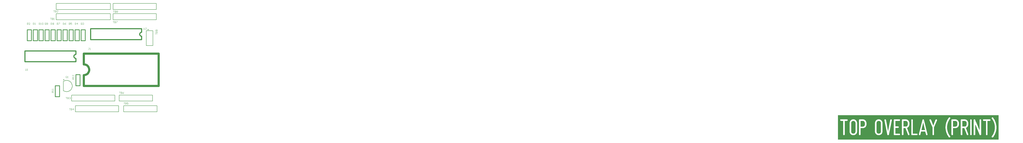
<source format=gto>
G04*
G04 #@! TF.GenerationSoftware,Altium Limited,Altium Designer,20.0.7 (75)*
G04*
G04 Layer_Color=65535*
%FSLAX25Y25*%
%MOIN*%
G70*
G01*
G75*
%ADD10C,0.00984*%
%ADD11C,0.00787*%
%ADD12C,0.04000*%
%ADD13C,0.02000*%
%ADD14C,0.01181*%
%ADD15C,0.00400*%
G36*
X2053550Y138175D02*
X1755300D01*
Y183600D01*
X2053550D01*
Y138175D01*
D02*
G37*
%LPC*%
G36*
X2019925Y175900D02*
X2019500D01*
X2019325Y175875D01*
X2019200Y175850D01*
X2019175Y175825D01*
X2019150D01*
X2018975Y175775D01*
X2018825Y175700D01*
X2018725Y175625D01*
X2018750Y175650D01*
X2018450D01*
Y175550D01*
Y175500D01*
Y175400D01*
Y175375D01*
X2018400Y175300D01*
X2018350Y175225D01*
X2018250Y175025D01*
X2018150Y174875D01*
X2018125Y174825D01*
Y174800D01*
Y174725D01*
Y174700D01*
Y174675D01*
Y174650D01*
Y174625D01*
Y174600D01*
Y174575D01*
Y174550D01*
Y174525D01*
Y174450D01*
Y174425D01*
Y155283D01*
X2017750Y156150D01*
X2016850Y158350D01*
X2016475Y159200D01*
X2014800Y163350D01*
X2014400Y164225D01*
X2013750Y165875D01*
X2013350Y166725D01*
X2013000Y167650D01*
X2012650Y168525D01*
X2011700Y170800D01*
X2011300Y171675D01*
X2010325Y174200D01*
X2010000Y174925D01*
Y174950D01*
Y174975D01*
X2009925Y175100D01*
X2009900Y175200D01*
X2009850Y175250D01*
Y175275D01*
X2009750Y175375D01*
X2009675Y175450D01*
X2009650Y175475D01*
X2009625Y175500D01*
X2009575Y175550D01*
X2009450Y175650D01*
X2009350Y175700D01*
X2009275Y175725D01*
X2009250D01*
X2009125Y175800D01*
X2008975Y175850D01*
X2008850Y175900D01*
X2008000D01*
Y175875D01*
X2008275D01*
X2008100Y175800D01*
X2007967Y175750D01*
X2007825D01*
X2007700Y175625D01*
X2007625Y175525D01*
X2007575Y175475D01*
X2007550Y175450D01*
X2007450Y175350D01*
X2007400Y175275D01*
X2007350Y175225D01*
Y175200D01*
X2007275Y175075D01*
X2007225Y175000D01*
X2007200Y174950D01*
Y174925D01*
X2007150Y174825D01*
X2007125Y174700D01*
Y147700D01*
X2007150Y147600D01*
X2007175Y147525D01*
Y147500D01*
Y147450D01*
X2007225Y147275D01*
X2007275Y147125D01*
X2007325Y147025D01*
X2007350Y147000D01*
X2007550Y146800D01*
X2007700Y146675D01*
X2007825Y146575D01*
X2007875Y146550D01*
X2007950Y146500D01*
X2007975Y146475D01*
X2008000Y146450D01*
X2008100D01*
X2008250Y146400D01*
X2008400Y146375D01*
X2008675D01*
X2008875Y146400D01*
X2009025Y146425D01*
X2009125Y146450D01*
X2009175Y146475D01*
X2009350Y146575D01*
X2009550Y146700D01*
X2009700Y146800D01*
X2009725Y146850D01*
X2009750D01*
Y146875D01*
X2009800Y146925D01*
X2009850Y147025D01*
X2009900Y147125D01*
X2009925Y147175D01*
Y147150D01*
X2009975Y147300D01*
X2010000Y147375D01*
Y147400D01*
X2010050Y147525D01*
X2010075Y147625D01*
Y147700D01*
Y147725D01*
Y147775D01*
Y147825D01*
Y166929D01*
X2011750Y162875D01*
X2012100Y162050D01*
X2012800Y160350D01*
X2013125Y159525D01*
X2015100Y154750D01*
X2015500Y153875D01*
X2016150Y152225D01*
X2016500Y151450D01*
X2017875Y148100D01*
X2017950Y147975D01*
X2018000Y147850D01*
X2018025Y147775D01*
Y147750D01*
X2018075Y147650D01*
X2018100Y147575D01*
X2018125Y147550D01*
Y147525D01*
X2018150Y147425D01*
X2018175Y147325D01*
X2018225Y147250D01*
Y147200D01*
Y147175D01*
X2018400Y146950D01*
X2018600Y146775D01*
X2018775Y146625D01*
X2018950Y146525D01*
X2019100Y146450D01*
X2019225Y146400D01*
X2019300Y146375D01*
X2019325D01*
X2019600Y146400D01*
X2019875Y146450D01*
X2020100Y146525D01*
X2020325Y146600D01*
X2020475Y146700D01*
X2020625Y146775D01*
X2020700Y146825D01*
X2020725Y146850D01*
X2020800Y146950D01*
X2020850Y147050D01*
X2020900Y147150D01*
X2020925Y147175D01*
Y147200D01*
X2020950Y147250D01*
X2020975Y147325D01*
X2021025Y147400D01*
Y147425D01*
X2021050Y147575D01*
X2021075Y147700D01*
Y174550D01*
X2021050D01*
Y174600D01*
X2021025Y174775D01*
X2021000Y174900D01*
X2020975Y174975D01*
X2020950Y175000D01*
Y175050D01*
Y175075D01*
X2020925Y175100D01*
X2020900Y175150D01*
X2020875Y175175D01*
X2020850Y175200D01*
X2020825Y175250D01*
X2020750Y175350D01*
X2020700Y175425D01*
X2020675Y175450D01*
X2020625Y175500D01*
X2020575Y175525D01*
X2020550Y175550D01*
Y175575D01*
Y175675D01*
Y175750D01*
Y175775D01*
X2020200D01*
X2020125Y175825D01*
X2020050Y175875D01*
X2019975D01*
X2019925Y175900D01*
D02*
G37*
G36*
X1937900D02*
X1937725D01*
X1937400Y175850D01*
X1937125Y175750D01*
X1936875Y175600D01*
X1936675Y175425D01*
X1936500Y175225D01*
X1936400Y175075D01*
X1936325Y174975D01*
X1936300Y174925D01*
X1932175Y164300D01*
X1928050Y174925D01*
X1927850Y175250D01*
X1927600Y175500D01*
X1927350Y175675D01*
X1927125Y175775D01*
X1926925Y175850D01*
X1926750Y175875D01*
X1926650Y175900D01*
X1926450D01*
X1926275Y175875D01*
X1926150Y175850D01*
X1926100D01*
X1925900Y175725D01*
X1925725Y175600D01*
X1925575Y175425D01*
X1925475Y175275D01*
X1925375Y175150D01*
X1925325Y175025D01*
X1925300Y174950D01*
X1925275Y174925D01*
X1925225Y174725D01*
Y174175D01*
X1925250Y174025D01*
X1925275Y173900D01*
X1925300Y173825D01*
Y173800D01*
X1930725Y160850D01*
Y147825D01*
X1930750Y147600D01*
X1930800Y147425D01*
X1930850Y147250D01*
X1930925Y147100D01*
X1931000Y146975D01*
X1931075Y146875D01*
X1931100Y146825D01*
X1931125Y146800D01*
X1931275Y146650D01*
X1931450Y146550D01*
X1931625Y146475D01*
X1931800Y146425D01*
X1931950Y146400D01*
X1932075Y146375D01*
X1932175D01*
X1932400Y146400D01*
X1932600Y146450D01*
X1932775Y146500D01*
X1932925Y146600D01*
X1933025Y146675D01*
X1933125Y146725D01*
X1933175Y146775D01*
X1933200Y146800D01*
X1933350Y146975D01*
X1933450Y147150D01*
X1933525Y147300D01*
X1933575Y147475D01*
X1933600Y147625D01*
X1933625Y147725D01*
Y147800D01*
Y147825D01*
Y160825D01*
X1939025Y173800D01*
X1939075Y174025D01*
X1939125Y174250D01*
Y174600D01*
X1939100Y174725D01*
X1939075Y174850D01*
X1939050Y174900D01*
Y174925D01*
X1938950Y175150D01*
X1938825Y175350D01*
X1938700Y175500D01*
X1938575Y175625D01*
X1938450Y175725D01*
X1938350Y175800D01*
X1938275Y175850D01*
X1938250D01*
X1938075Y175875D01*
X1937900Y175900D01*
D02*
G37*
G36*
X1854000Y175875D02*
X1853700D01*
X1853525Y175850D01*
X1853350Y175825D01*
X1853050Y175700D01*
X1852925Y175625D01*
X1852825Y175575D01*
X1852775Y175550D01*
X1852750Y175525D01*
X1852600Y175375D01*
X1852500Y175250D01*
X1852400Y175075D01*
X1852325Y174950D01*
X1852275Y174825D01*
X1852250Y174725D01*
X1852225Y174650D01*
Y174625D01*
X1848275Y153650D01*
X1844350Y174675D01*
X1844200Y175025D01*
X1844025Y175300D01*
X1843925Y175400D01*
X1843875Y175475D01*
X1843825Y175500D01*
X1843800Y175525D01*
X1843650Y175650D01*
X1843475Y175725D01*
X1843175Y175825D01*
X1843025Y175850D01*
X1842925Y175875D01*
X1842575D01*
X1842325Y175800D01*
X1842100Y175675D01*
X1841925Y175575D01*
X1841800Y175450D01*
X1841675Y175350D01*
X1841600Y175250D01*
X1841575Y175200D01*
X1841550Y175175D01*
X1841450Y174975D01*
X1841400Y174775D01*
X1841350Y174575D01*
Y174400D01*
X1841325Y174250D01*
X1841350Y174125D01*
Y174025D01*
Y174000D01*
X1846700Y147575D01*
X1846825Y147250D01*
X1847025Y146975D01*
X1847250Y146775D01*
X1847475Y146625D01*
X1847675Y146500D01*
X1847850Y146450D01*
X1847975Y146400D01*
X1848025D01*
X1848125Y146375D01*
X1848350D01*
X1848550Y146400D01*
X1848725Y146425D01*
X1849025Y146550D01*
X1849150Y146600D01*
X1849225Y146650D01*
X1849275Y146675D01*
X1849300Y146700D01*
X1849450Y146850D01*
X1849575Y147000D01*
X1849725Y147275D01*
X1849800Y147400D01*
X1849825Y147500D01*
X1849850Y147575D01*
Y147600D01*
X1855225Y174000D01*
X1855250Y174250D01*
X1855225Y174475D01*
X1855200Y174675D01*
X1855150Y174850D01*
X1855100Y174975D01*
X1855050Y175075D01*
X1855025Y175150D01*
X1855000Y175175D01*
X1854875Y175350D01*
X1854700Y175500D01*
X1854525Y175625D01*
X1854375Y175725D01*
X1854225Y175775D01*
X1854100Y175825D01*
X1854000Y175875D01*
D02*
G37*
G36*
X2009925Y147150D02*
X2009875Y147025D01*
X2009825Y146900D01*
X2009925D01*
Y146925D01*
Y147025D01*
Y147075D01*
Y147150D01*
D02*
G37*
G36*
X2037125Y175900D02*
X2025900D01*
X2025675Y175875D01*
X2025500Y175850D01*
X2025325Y175775D01*
X2025175Y175700D01*
X2025050Y175625D01*
X2024975Y175575D01*
X2024925Y175525D01*
X2024900Y175500D01*
X2024775Y175350D01*
X2024675Y175175D01*
X2024600Y175025D01*
X2024550Y174875D01*
X2024525Y174725D01*
X2024500Y174625D01*
Y174425D01*
X2024525Y174225D01*
X2024575Y174025D01*
X2024625Y173850D01*
X2024700Y173700D01*
X2024775Y173575D01*
X2024850Y173475D01*
X2024875Y173425D01*
X2024900Y173400D01*
X2025050Y173250D01*
X2025225Y173150D01*
X2025400Y173075D01*
X2025550Y173025D01*
X2025700Y173000D01*
X2025800Y172975D01*
X2030000D01*
Y147825D01*
X2030025Y147600D01*
X2030075Y147425D01*
X2030125Y147250D01*
X2030225Y147100D01*
X2030300Y146975D01*
X2030350Y146875D01*
X2030400Y146825D01*
X2030425Y146800D01*
X2030600Y146650D01*
X2030775Y146550D01*
X2030950Y146475D01*
X2031125Y146425D01*
X2031250Y146400D01*
X2031375Y146375D01*
X2031475D01*
X2031675Y146400D01*
X2031875Y146450D01*
X2032050Y146500D01*
X2032200Y146600D01*
X2032300Y146675D01*
X2032400Y146725D01*
X2032450Y146775D01*
X2032475Y146800D01*
X2032625Y146975D01*
X2032725Y147150D01*
X2032825Y147300D01*
X2032875Y147475D01*
X2032900Y147625D01*
X2032925Y147725D01*
Y147800D01*
Y147825D01*
Y172975D01*
X2037025D01*
X2037250Y173000D01*
X2037425Y173050D01*
X2037600Y173100D01*
X2037750Y173200D01*
X2037875Y173275D01*
X2037950Y173325D01*
X2038000Y173375D01*
X2038025Y173400D01*
X2038175Y173575D01*
X2038275Y173750D01*
X2038350Y173925D01*
X2038400Y174075D01*
X2038425Y174225D01*
X2038450Y174325D01*
Y174525D01*
X2038425Y174725D01*
X2038375Y174900D01*
X2038325Y175075D01*
X2038250Y175200D01*
X2038150Y175325D01*
X2038100Y175400D01*
X2038050Y175450D01*
X2038025Y175475D01*
X2037875Y175625D01*
X2037700Y175725D01*
X2037525Y175800D01*
X2037375Y175850D01*
X2037225Y175875D01*
X2037125Y175900D01*
D02*
G37*
G36*
X2002275D02*
X2002150D01*
X2001925Y175875D01*
X2001725Y175850D01*
X2001550Y175775D01*
X2001400Y175700D01*
X2001275Y175625D01*
X2001175Y175575D01*
X2001125Y175525D01*
X2001100Y175500D01*
X2000975Y175350D01*
X2000875Y175175D01*
X2000800Y174975D01*
X2000750Y174825D01*
X2000725Y174650D01*
X2000700Y174550D01*
Y147825D01*
X2000725Y147600D01*
X2000775Y147375D01*
X2000825Y147200D01*
X2000925Y147050D01*
X2001000Y146925D01*
X2001050Y146825D01*
X2001100Y146775D01*
X2001125Y146750D01*
X2001300Y146625D01*
X2001475Y146525D01*
X2001625Y146475D01*
X2001800Y146425D01*
X2001950Y146400D01*
X2002050Y146375D01*
X2002150D01*
X2002400Y146400D01*
X2002600Y146450D01*
X2002800Y146500D01*
X2002950Y146575D01*
X2003075Y146650D01*
X2003150Y146725D01*
X2003200Y146750D01*
X2003225Y146775D01*
X2003375Y146925D01*
X2003475Y147100D01*
X2003550Y147275D01*
X2003600Y147450D01*
X2003625Y147600D01*
X2003650Y147725D01*
Y174425D01*
X2003625Y174650D01*
X2003575Y174875D01*
X2003525Y175050D01*
X2003450Y175200D01*
X2003350Y175325D01*
X2003300Y175425D01*
X2003250Y175475D01*
X2003225Y175500D01*
X2003075Y175625D01*
X2002900Y175725D01*
X2002700Y175800D01*
X2002550Y175850D01*
X2002375Y175875D01*
X2002275Y175900D01*
D02*
G37*
G36*
X1990350D02*
X1984700D01*
X1984475Y175875D01*
X1984275Y175825D01*
X1984075Y175750D01*
X1983925Y175675D01*
X1983800Y175600D01*
X1983725Y175525D01*
X1983675Y175475D01*
X1983650Y175450D01*
X1983525Y175275D01*
X1983425Y175125D01*
X1983350Y174950D01*
X1983300Y174800D01*
X1983275Y174675D01*
X1983250Y174575D01*
Y147850D01*
X1983275Y147625D01*
X1983325Y147425D01*
X1983375Y147250D01*
X1983475Y147100D01*
X1983550Y146975D01*
X1983600Y146875D01*
X1983650Y146825D01*
X1983675Y146800D01*
X1983850Y146650D01*
X1984025Y146550D01*
X1984175Y146475D01*
X1984350Y146425D01*
X1984500Y146400D01*
X1984600Y146375D01*
X1984700D01*
X1984925Y146400D01*
X1985125Y146450D01*
X1985300Y146500D01*
X1985450Y146600D01*
X1985575Y146675D01*
X1985675Y146725D01*
X1985725Y146775D01*
X1985750Y146800D01*
X1985900Y146975D01*
X1986000Y147150D01*
X1986100Y147325D01*
X1986150Y147475D01*
X1986175Y147625D01*
X1986200Y147750D01*
Y147825D01*
Y147850D01*
Y159425D01*
X1989950D01*
X1994350Y147350D01*
X1994550Y147025D01*
X1994750Y146775D01*
X1994975Y146625D01*
X1995200Y146500D01*
X1995400Y146425D01*
X1995575Y146400D01*
X1995675Y146375D01*
X1995725D01*
X1995950Y146400D01*
X1996100Y146425D01*
X1996225Y146450D01*
X1996250Y146475D01*
X1996450Y146550D01*
X1996625Y146675D01*
X1996750Y146775D01*
X1996875Y146900D01*
X1996950Y147025D01*
X1997000Y147100D01*
X1997050Y147175D01*
Y147200D01*
X1997125Y147400D01*
X1997150Y147600D01*
X1997175Y147800D01*
Y147950D01*
X1997150Y148100D01*
Y148200D01*
X1997125Y148275D01*
Y148300D01*
X1992797Y159941D01*
X1993375Y160200D01*
X1994000Y160600D01*
X1994550Y161025D01*
X1995025Y161425D01*
X1995375Y161800D01*
X1995525Y161975D01*
X1995650Y162125D01*
X1995750Y162225D01*
X1995825Y162325D01*
X1995850Y162375D01*
X1995875Y162400D01*
X1996100Y162725D01*
X1996275Y163075D01*
X1996450Y163425D01*
X1996575Y163750D01*
X1996800Y164400D01*
X1996950Y165000D01*
X1997000Y165275D01*
X1997025Y165525D01*
X1997075Y165725D01*
Y165925D01*
X1997100Y166075D01*
Y166175D01*
Y166250D01*
Y166275D01*
Y169075D01*
X1997075Y169600D01*
X1997025Y170075D01*
X1996925Y170550D01*
X1996775Y171000D01*
X1996625Y171425D01*
X1996450Y171825D01*
X1996275Y172200D01*
X1996100Y172525D01*
X1995900Y172825D01*
X1995725Y173100D01*
X1995550Y173325D01*
X1995400Y173525D01*
X1995275Y173675D01*
X1995175Y173775D01*
X1995100Y173850D01*
X1995075Y173875D01*
X1994700Y174225D01*
X1994300Y174550D01*
X1993875Y174825D01*
X1993475Y175050D01*
X1993075Y175250D01*
X1992650Y175400D01*
X1992275Y175550D01*
X1991900Y175650D01*
X1991550Y175725D01*
X1991225Y175800D01*
X1990950Y175850D01*
X1990700Y175875D01*
X1990500D01*
X1990350Y175900D01*
D02*
G37*
G36*
X1973025D02*
X1967375D01*
X1967150Y175875D01*
X1966950Y175825D01*
X1966750Y175750D01*
X1966600Y175675D01*
X1966475Y175600D01*
X1966400Y175525D01*
X1966350Y175475D01*
X1966325Y175450D01*
X1966200Y175275D01*
X1966100Y175125D01*
X1966025Y174950D01*
X1965975Y174800D01*
X1965950Y174675D01*
X1965925Y174575D01*
Y147825D01*
X1965950Y147600D01*
X1966000Y147425D01*
X1966050Y147250D01*
X1966150Y147100D01*
X1966225Y146975D01*
X1966275Y146875D01*
X1966325Y146825D01*
X1966350Y146800D01*
X1966525Y146650D01*
X1966700Y146550D01*
X1966850Y146475D01*
X1967025Y146425D01*
X1967175Y146400D01*
X1967275Y146375D01*
X1967375D01*
X1967600Y146400D01*
X1967800Y146450D01*
X1967975Y146500D01*
X1968125Y146600D01*
X1968250Y146675D01*
X1968350Y146725D01*
X1968400Y146775D01*
X1968425Y146800D01*
X1968575Y146975D01*
X1968675Y147150D01*
X1968775Y147300D01*
X1968825Y147475D01*
X1968850Y147625D01*
X1968875Y147725D01*
Y147800D01*
Y147825D01*
Y159425D01*
X1972900D01*
X1973425Y159450D01*
X1973925Y159500D01*
X1974400Y159600D01*
X1974850Y159750D01*
X1975300Y159900D01*
X1975700Y160050D01*
X1976050Y160250D01*
X1976400Y160425D01*
X1976700Y160600D01*
X1976975Y160800D01*
X1977200Y160950D01*
X1977400Y161125D01*
X1977550Y161250D01*
X1977650Y161350D01*
X1977725Y161400D01*
X1977750Y161425D01*
X1978100Y161800D01*
X1978425Y162200D01*
X1978700Y162625D01*
X1978925Y163025D01*
X1979125Y163425D01*
X1979275Y163850D01*
X1979425Y164225D01*
X1979525Y164600D01*
X1979600Y164950D01*
X1979675Y165275D01*
X1979725Y165550D01*
X1979750Y165800D01*
Y166000D01*
X1979775Y166150D01*
Y169025D01*
X1979750Y169550D01*
X1979700Y170050D01*
X1979600Y170525D01*
X1979450Y170975D01*
X1979300Y171425D01*
X1979125Y171825D01*
X1978950Y172175D01*
X1978775Y172525D01*
X1978575Y172825D01*
X1978400Y173100D01*
X1978225Y173325D01*
X1978075Y173525D01*
X1977950Y173675D01*
X1977850Y173775D01*
X1977775Y173850D01*
X1977750Y173875D01*
X1977375Y174225D01*
X1976975Y174550D01*
X1976550Y174825D01*
X1976150Y175050D01*
X1975750Y175250D01*
X1975325Y175400D01*
X1974950Y175550D01*
X1974575Y175650D01*
X1974225Y175725D01*
X1973900Y175800D01*
X1973625Y175850D01*
X1973375Y175875D01*
X1973175D01*
X1973025Y175900D01*
D02*
G37*
G36*
X1913775Y175875D02*
X1913150D01*
X1912825Y175750D01*
X1912575Y175600D01*
X1912375Y175400D01*
X1912225Y175200D01*
X1912125Y175025D01*
X1912050Y174875D01*
X1912000Y174775D01*
Y174725D01*
X1905375Y148125D01*
X1905350Y147925D01*
Y147725D01*
X1905375Y147550D01*
X1905425Y147400D01*
X1905450Y147275D01*
X1905500Y147175D01*
X1905550Y147100D01*
Y147075D01*
X1905675Y146900D01*
X1905825Y146750D01*
X1905975Y146650D01*
X1906125Y146550D01*
X1906250Y146475D01*
X1906375Y146425D01*
X1906450Y146400D01*
X1906475D01*
X1906575Y146375D01*
X1906775D01*
X1907150Y146425D01*
X1907450Y146550D01*
X1907700Y146700D01*
X1907875Y146900D01*
X1908025Y147100D01*
X1908125Y147250D01*
X1908175Y147375D01*
X1908200Y147425D01*
X1909625Y153025D01*
X1917275D01*
X1918675Y147475D01*
X1918725Y147300D01*
X1918800Y147150D01*
X1918975Y146900D01*
X1919075Y146800D01*
X1919125Y146725D01*
X1919175Y146700D01*
X1919200Y146675D01*
X1919350Y146575D01*
X1919525Y146500D01*
X1919825Y146425D01*
X1919950Y146400D01*
X1920050Y146375D01*
X1920275D01*
X1920400Y146400D01*
X1920475Y146425D01*
X1920500D01*
X1920700Y146500D01*
X1920875Y146600D01*
X1921000Y146700D01*
X1921125Y146800D01*
X1921225Y146900D01*
X1921300Y147000D01*
X1921325Y147050D01*
X1921350Y147075D01*
X1921450Y147250D01*
X1921525Y147425D01*
X1921550Y147600D01*
X1921575Y147725D01*
Y147925D01*
X1921550Y147975D01*
Y148000D01*
X1914900Y174725D01*
X1914775Y175025D01*
X1914600Y175275D01*
X1914425Y175475D01*
X1914225Y175650D01*
X1914025Y175750D01*
X1913875Y175825D01*
X1913775Y175875D01*
D02*
G37*
G36*
X1892900Y175900D02*
X1892800D01*
X1892575Y175875D01*
X1892375Y175850D01*
X1892175Y175775D01*
X1892025Y175700D01*
X1891900Y175625D01*
X1891825Y175575D01*
X1891775Y175525D01*
X1891750Y175500D01*
X1891625Y175350D01*
X1891525Y175175D01*
X1891450Y175000D01*
X1891400Y174850D01*
X1891375Y174700D01*
X1891350Y174575D01*
Y147825D01*
X1891375Y147600D01*
X1891425Y147400D01*
X1891475Y147200D01*
X1891550Y147050D01*
X1891625Y146925D01*
X1891700Y146850D01*
X1891725Y146800D01*
X1891750Y146775D01*
X1891900Y146650D01*
X1892075Y146550D01*
X1892250Y146475D01*
X1892425Y146425D01*
X1892575Y146400D01*
X1892700Y146375D01*
X1901475D01*
X1901700Y146400D01*
X1901900Y146425D01*
X1902075Y146500D01*
X1902225Y146575D01*
X1902350Y146625D01*
X1902425Y146700D01*
X1902475Y146725D01*
X1902500Y146750D01*
X1902650Y146925D01*
X1902775Y147100D01*
X1902850Y147275D01*
X1902925Y147450D01*
X1902950Y147600D01*
X1902975Y147725D01*
Y147825D01*
X1902950Y148050D01*
X1902900Y148275D01*
X1902825Y148450D01*
X1902750Y148600D01*
X1902675Y148725D01*
X1902600Y148825D01*
X1902550Y148875D01*
X1902525Y148900D01*
X1902375Y149025D01*
X1902200Y149125D01*
X1902025Y149200D01*
X1901850Y149250D01*
X1901700Y149275D01*
X1901575Y149300D01*
X1894300D01*
Y174475D01*
X1894275Y174700D01*
X1894225Y174900D01*
X1894150Y175075D01*
X1894075Y175225D01*
X1893975Y175350D01*
X1893900Y175425D01*
X1893850Y175475D01*
X1893825Y175500D01*
X1893675Y175625D01*
X1893500Y175725D01*
X1893325Y175800D01*
X1893175Y175850D01*
X1893025Y175875D01*
X1892900Y175900D01*
D02*
G37*
G36*
X1881000D02*
X1875350D01*
X1875125Y175875D01*
X1874925Y175825D01*
X1874725Y175750D01*
X1874575Y175675D01*
X1874450Y175600D01*
X1874375Y175525D01*
X1874325Y175475D01*
X1874300Y175450D01*
X1874175Y175275D01*
X1874075Y175125D01*
X1874000Y174950D01*
X1873950Y174800D01*
X1873925Y174675D01*
X1873900Y174575D01*
Y147850D01*
X1873925Y147625D01*
X1873975Y147425D01*
X1874025Y147250D01*
X1874125Y147100D01*
X1874200Y146975D01*
X1874250Y146875D01*
X1874300Y146825D01*
X1874325Y146800D01*
X1874500Y146650D01*
X1874675Y146550D01*
X1874825Y146475D01*
X1875000Y146425D01*
X1875150Y146400D01*
X1875250Y146375D01*
X1875350D01*
X1875575Y146400D01*
X1875775Y146450D01*
X1875950Y146500D01*
X1876100Y146600D01*
X1876225Y146675D01*
X1876325Y146725D01*
X1876375Y146775D01*
X1876400Y146800D01*
X1876550Y146975D01*
X1876650Y147150D01*
X1876750Y147325D01*
X1876800Y147475D01*
X1876825Y147625D01*
X1876850Y147750D01*
Y147825D01*
Y147850D01*
Y159425D01*
X1880600D01*
X1885000Y147350D01*
X1885200Y147025D01*
X1885400Y146775D01*
X1885625Y146625D01*
X1885850Y146500D01*
X1886050Y146425D01*
X1886225Y146400D01*
X1886325Y146375D01*
X1886375D01*
X1886600Y146400D01*
X1886750Y146425D01*
X1886875Y146450D01*
X1886900Y146475D01*
X1887100Y146550D01*
X1887275Y146675D01*
X1887400Y146775D01*
X1887525Y146900D01*
X1887600Y147025D01*
X1887650Y147100D01*
X1887700Y147175D01*
Y147200D01*
X1887775Y147400D01*
X1887800Y147600D01*
X1887825Y147800D01*
Y147950D01*
X1887800Y148100D01*
Y148200D01*
X1887775Y148275D01*
Y148300D01*
X1883447Y159941D01*
X1884025Y160200D01*
X1884650Y160600D01*
X1885200Y161025D01*
X1885675Y161425D01*
X1886025Y161800D01*
X1886175Y161975D01*
X1886300Y162125D01*
X1886400Y162225D01*
X1886475Y162325D01*
X1886500Y162375D01*
X1886525Y162400D01*
X1886750Y162725D01*
X1886925Y163075D01*
X1887100Y163425D01*
X1887225Y163750D01*
X1887450Y164400D01*
X1887600Y165000D01*
X1887650Y165275D01*
X1887675Y165525D01*
X1887725Y165725D01*
Y165925D01*
X1887750Y166075D01*
Y166175D01*
Y166250D01*
Y166275D01*
Y169075D01*
X1887725Y169600D01*
X1887675Y170075D01*
X1887575Y170550D01*
X1887425Y171000D01*
X1887275Y171425D01*
X1887100Y171825D01*
X1886925Y172200D01*
X1886750Y172525D01*
X1886550Y172825D01*
X1886375Y173100D01*
X1886200Y173325D01*
X1886050Y173525D01*
X1885925Y173675D01*
X1885825Y173775D01*
X1885750Y173850D01*
X1885725Y173875D01*
X1885350Y174225D01*
X1884950Y174550D01*
X1884525Y174825D01*
X1884125Y175050D01*
X1883725Y175250D01*
X1883300Y175400D01*
X1882925Y175550D01*
X1882550Y175650D01*
X1882200Y175725D01*
X1881875Y175800D01*
X1881600Y175850D01*
X1881350Y175875D01*
X1881150D01*
X1881000Y175900D01*
D02*
G37*
G36*
X1869050D02*
X1860250D01*
X1860025Y175875D01*
X1859825Y175850D01*
X1859625Y175775D01*
X1859475Y175700D01*
X1859350Y175625D01*
X1859275Y175575D01*
X1859225Y175525D01*
X1859200Y175500D01*
X1859075Y175350D01*
X1858975Y175175D01*
X1858900Y175000D01*
X1858850Y174850D01*
X1858825Y174700D01*
X1858800Y174575D01*
Y147825D01*
X1858825Y147600D01*
X1858875Y147400D01*
X1858925Y147200D01*
X1859000Y147050D01*
X1859075Y146925D01*
X1859150Y146850D01*
X1859175Y146800D01*
X1859200Y146775D01*
X1859350Y146650D01*
X1859525Y146550D01*
X1859700Y146475D01*
X1859875Y146425D01*
X1860025Y146400D01*
X1860150Y146375D01*
X1868925D01*
X1869175Y146400D01*
X1869375Y146450D01*
X1869575Y146500D01*
X1869725Y146575D01*
X1869850Y146650D01*
X1869950Y146725D01*
X1870000Y146750D01*
X1870025Y146775D01*
X1870150Y146925D01*
X1870250Y147100D01*
X1870325Y147275D01*
X1870375Y147450D01*
X1870400Y147600D01*
X1870425Y147725D01*
Y147825D01*
X1870400Y148050D01*
X1870375Y148275D01*
X1870300Y148450D01*
X1870225Y148600D01*
X1870150Y148725D01*
X1870100Y148800D01*
X1870050Y148850D01*
X1870025Y148875D01*
X1869850Y149025D01*
X1869675Y149125D01*
X1869500Y149200D01*
X1869325Y149250D01*
X1869150Y149275D01*
X1869050Y149300D01*
X1861750D01*
Y159925D01*
X1866600D01*
X1866850Y159950D01*
X1867050Y160000D01*
X1867250Y160050D01*
X1867400Y160125D01*
X1867525Y160200D01*
X1867600Y160275D01*
X1867650Y160300D01*
X1867675Y160325D01*
X1867800Y160500D01*
X1867900Y160675D01*
X1867975Y160850D01*
X1868025Y161025D01*
X1868050Y161200D01*
X1868075Y161325D01*
Y161400D01*
Y161425D01*
X1868050Y161650D01*
X1868025Y161825D01*
X1867950Y162000D01*
X1867875Y162150D01*
X1867800Y162275D01*
X1867750Y162350D01*
X1867700Y162400D01*
X1867675Y162425D01*
X1867525Y162575D01*
X1867350Y162675D01*
X1867150Y162750D01*
X1867000Y162800D01*
X1866825Y162825D01*
X1866725Y162850D01*
X1861750D01*
Y172975D01*
X1868925D01*
X1869175Y173000D01*
X1869375Y173050D01*
X1869575Y173100D01*
X1869725Y173175D01*
X1869850Y173250D01*
X1869950Y173325D01*
X1870000Y173350D01*
X1870025Y173375D01*
X1870150Y173550D01*
X1870250Y173725D01*
X1870325Y173900D01*
X1870375Y174075D01*
X1870400Y174250D01*
X1870425Y174375D01*
Y174475D01*
X1870400Y174700D01*
X1870375Y174900D01*
X1870300Y175075D01*
X1870225Y175225D01*
X1870150Y175325D01*
X1870100Y175425D01*
X1870050Y175475D01*
X1870025Y175500D01*
X1869850Y175625D01*
X1869675Y175725D01*
X1869500Y175800D01*
X1869325Y175850D01*
X1869150Y175875D01*
X1869050Y175900D01*
D02*
G37*
G36*
X1831100D02*
X1830875D01*
X1830325Y175875D01*
X1829825Y175825D01*
X1829375Y175725D01*
X1828950Y175625D01*
X1828625Y175525D01*
X1828375Y175425D01*
X1828275Y175400D01*
X1828200Y175375D01*
X1828175Y175350D01*
X1828150D01*
X1827675Y175125D01*
X1827250Y174875D01*
X1826875Y174625D01*
X1826575Y174400D01*
X1826300Y174175D01*
X1826100Y174000D01*
X1826000Y173900D01*
X1825950Y173850D01*
X1825600Y173500D01*
X1825300Y173125D01*
X1825050Y172750D01*
X1824850Y172400D01*
X1824675Y172100D01*
X1824575Y171875D01*
X1824525Y171775D01*
X1824500Y171700D01*
X1824475Y171675D01*
Y171650D01*
X1824275Y171150D01*
X1824150Y170675D01*
X1824050Y170225D01*
X1823975Y169825D01*
X1823925Y169450D01*
X1823900Y169200D01*
Y153350D01*
X1823925Y152800D01*
X1823975Y152300D01*
X1824075Y151850D01*
X1824175Y151450D01*
X1824275Y151125D01*
X1824375Y150875D01*
X1824400Y150775D01*
X1824425Y150700D01*
X1824450Y150675D01*
Y150650D01*
X1824675Y150175D01*
X1824900Y149750D01*
X1825150Y149375D01*
X1825400Y149050D01*
X1825625Y148775D01*
X1825800Y148600D01*
X1825900Y148475D01*
X1825950Y148425D01*
X1826300Y148075D01*
X1826700Y147775D01*
X1827050Y147525D01*
X1827400Y147300D01*
X1827725Y147150D01*
X1827950Y147025D01*
X1828050Y146975D01*
X1828125Y146950D01*
X1828150Y146925D01*
X1828175D01*
X1828650Y146750D01*
X1829125Y146600D01*
X1829575Y146500D01*
X1829975Y146450D01*
X1830350Y146400D01*
X1830625Y146375D01*
X1830875D01*
X1831375Y146400D01*
X1831850Y146450D01*
X1832275Y146550D01*
X1832650Y146650D01*
X1832950Y146725D01*
X1833175Y146825D01*
X1833325Y146875D01*
X1833375Y146900D01*
X1833900Y147125D01*
X1834375Y147375D01*
X1834800Y147625D01*
X1835150Y147875D01*
X1835450Y148100D01*
X1835650Y148275D01*
X1835775Y148375D01*
X1835825Y148425D01*
X1836150Y148775D01*
X1836450Y149175D01*
X1836700Y149525D01*
X1836925Y149875D01*
X1837100Y150200D01*
X1837225Y150425D01*
X1837275Y150525D01*
X1837300Y150600D01*
X1837325Y150625D01*
Y150650D01*
X1837500Y151125D01*
X1837625Y151600D01*
X1837725Y152050D01*
X1837775Y152475D01*
X1837825Y152825D01*
X1837850Y153100D01*
Y168950D01*
X1837825Y169450D01*
X1837775Y169925D01*
X1837700Y170350D01*
X1837600Y170725D01*
X1837500Y171000D01*
X1837425Y171225D01*
X1837375Y171375D01*
X1837350Y171425D01*
X1837125Y171950D01*
X1836850Y172450D01*
X1836600Y172850D01*
X1836375Y173200D01*
X1836150Y173475D01*
X1835975Y173675D01*
X1835875Y173800D01*
X1835825Y173850D01*
X1835450Y174200D01*
X1835025Y174500D01*
X1834625Y174750D01*
X1834250Y174975D01*
X1833900Y175150D01*
X1833650Y175300D01*
X1833550Y175350D01*
X1833475Y175375D01*
X1833425Y175400D01*
X1833400D01*
X1832975Y175575D01*
X1832525Y175700D01*
X1832100Y175775D01*
X1831725Y175850D01*
X1831375Y175875D01*
X1831100Y175900D01*
D02*
G37*
G36*
X1801300D02*
X1795650D01*
X1795425Y175875D01*
X1795225Y175825D01*
X1795025Y175750D01*
X1794875Y175675D01*
X1794750Y175600D01*
X1794675Y175525D01*
X1794625Y175475D01*
X1794600Y175450D01*
X1794475Y175275D01*
X1794375Y175125D01*
X1794300Y174950D01*
X1794250Y174800D01*
X1794225Y174675D01*
X1794200Y174575D01*
Y147825D01*
X1794225Y147600D01*
X1794275Y147425D01*
X1794325Y147250D01*
X1794425Y147100D01*
X1794500Y146975D01*
X1794550Y146875D01*
X1794600Y146825D01*
X1794625Y146800D01*
X1794800Y146650D01*
X1794975Y146550D01*
X1795125Y146475D01*
X1795300Y146425D01*
X1795450Y146400D01*
X1795550Y146375D01*
X1795650D01*
X1795875Y146400D01*
X1796075Y146450D01*
X1796250Y146500D01*
X1796400Y146600D01*
X1796525Y146675D01*
X1796625Y146725D01*
X1796675Y146775D01*
X1796700Y146800D01*
X1796850Y146975D01*
X1796950Y147150D01*
X1797050Y147300D01*
X1797100Y147475D01*
X1797125Y147625D01*
X1797150Y147725D01*
Y147800D01*
Y147825D01*
Y159425D01*
X1801175D01*
X1801700Y159450D01*
X1802200Y159500D01*
X1802675Y159600D01*
X1803125Y159750D01*
X1803575Y159900D01*
X1803975Y160050D01*
X1804325Y160250D01*
X1804675Y160425D01*
X1804975Y160600D01*
X1805250Y160800D01*
X1805475Y160950D01*
X1805675Y161125D01*
X1805825Y161250D01*
X1805925Y161350D01*
X1806000Y161400D01*
X1806025Y161425D01*
X1806375Y161800D01*
X1806700Y162200D01*
X1806975Y162625D01*
X1807200Y163025D01*
X1807400Y163425D01*
X1807550Y163850D01*
X1807700Y164225D01*
X1807800Y164600D01*
X1807875Y164950D01*
X1807950Y165275D01*
X1808000Y165550D01*
X1808025Y165800D01*
Y166000D01*
X1808050Y166150D01*
Y169025D01*
X1808025Y169550D01*
X1807975Y170050D01*
X1807875Y170525D01*
X1807725Y170975D01*
X1807575Y171425D01*
X1807400Y171825D01*
X1807225Y172175D01*
X1807050Y172525D01*
X1806850Y172825D01*
X1806675Y173100D01*
X1806500Y173325D01*
X1806350Y173525D01*
X1806225Y173675D01*
X1806125Y173775D01*
X1806050Y173850D01*
X1806025Y173875D01*
X1805650Y174225D01*
X1805250Y174550D01*
X1804825Y174825D01*
X1804425Y175050D01*
X1804025Y175250D01*
X1803600Y175400D01*
X1803225Y175550D01*
X1802850Y175650D01*
X1802500Y175725D01*
X1802175Y175800D01*
X1801900Y175850D01*
X1801650Y175875D01*
X1801450D01*
X1801300Y175900D01*
D02*
G37*
G36*
X1783950D02*
X1783725D01*
X1783175Y175875D01*
X1782675Y175825D01*
X1782225Y175725D01*
X1781800Y175625D01*
X1781475Y175525D01*
X1781225Y175425D01*
X1781125Y175400D01*
X1781050Y175375D01*
X1781025Y175350D01*
X1781000D01*
X1780525Y175125D01*
X1780100Y174875D01*
X1779725Y174625D01*
X1779425Y174400D01*
X1779150Y174175D01*
X1778950Y174000D01*
X1778850Y173900D01*
X1778800Y173850D01*
X1778450Y173500D01*
X1778150Y173125D01*
X1777900Y172750D01*
X1777700Y172400D01*
X1777525Y172100D01*
X1777425Y171875D01*
X1777375Y171775D01*
X1777350Y171700D01*
X1777325Y171675D01*
Y171650D01*
X1777125Y171150D01*
X1777000Y170675D01*
X1776900Y170225D01*
X1776825Y169825D01*
X1776775Y169450D01*
X1776750Y169200D01*
Y153350D01*
X1776775Y152800D01*
X1776825Y152300D01*
X1776925Y151850D01*
X1777025Y151450D01*
X1777125Y151125D01*
X1777225Y150875D01*
X1777250Y150775D01*
X1777275Y150700D01*
X1777300Y150675D01*
Y150650D01*
X1777525Y150175D01*
X1777750Y149750D01*
X1778000Y149375D01*
X1778250Y149050D01*
X1778475Y148775D01*
X1778650Y148600D01*
X1778750Y148475D01*
X1778800Y148425D01*
X1779150Y148075D01*
X1779550Y147775D01*
X1779900Y147525D01*
X1780250Y147300D01*
X1780575Y147150D01*
X1780800Y147025D01*
X1780900Y146975D01*
X1780975Y146950D01*
X1781000Y146925D01*
X1781025D01*
X1781500Y146750D01*
X1781975Y146600D01*
X1782425Y146500D01*
X1782825Y146450D01*
X1783200Y146400D01*
X1783475Y146375D01*
X1783725D01*
X1784225Y146400D01*
X1784700Y146450D01*
X1785125Y146550D01*
X1785500Y146650D01*
X1785800Y146725D01*
X1786025Y146825D01*
X1786175Y146875D01*
X1786225Y146900D01*
X1786750Y147125D01*
X1787225Y147375D01*
X1787650Y147625D01*
X1788000Y147875D01*
X1788300Y148100D01*
X1788500Y148275D01*
X1788625Y148375D01*
X1788675Y148425D01*
X1789000Y148775D01*
X1789300Y149175D01*
X1789550Y149525D01*
X1789775Y149875D01*
X1789950Y150200D01*
X1790075Y150425D01*
X1790125Y150525D01*
X1790150Y150600D01*
X1790175Y150625D01*
Y150650D01*
X1790350Y151125D01*
X1790475Y151600D01*
X1790575Y152050D01*
X1790625Y152475D01*
X1790675Y152825D01*
X1790700Y153100D01*
Y168950D01*
X1790675Y169450D01*
X1790625Y169925D01*
X1790550Y170350D01*
X1790450Y170725D01*
X1790350Y171000D01*
X1790275Y171225D01*
X1790225Y171375D01*
X1790200Y171425D01*
X1789975Y171950D01*
X1789700Y172450D01*
X1789450Y172850D01*
X1789225Y173200D01*
X1789000Y173475D01*
X1788825Y173675D01*
X1788725Y173800D01*
X1788675Y173850D01*
X1788300Y174200D01*
X1787875Y174500D01*
X1787475Y174750D01*
X1787100Y174975D01*
X1786750Y175150D01*
X1786500Y175300D01*
X1786400Y175350D01*
X1786325Y175375D01*
X1786275Y175400D01*
X1786250D01*
X1785825Y175575D01*
X1785375Y175700D01*
X1784950Y175775D01*
X1784575Y175850D01*
X1784225Y175875D01*
X1783950Y175900D01*
D02*
G37*
G36*
X1771925D02*
X1760700D01*
X1760475Y175875D01*
X1760300Y175850D01*
X1760125Y175775D01*
X1759975Y175700D01*
X1759850Y175625D01*
X1759775Y175575D01*
X1759725Y175525D01*
X1759700Y175500D01*
X1759575Y175350D01*
X1759475Y175175D01*
X1759400Y175025D01*
X1759350Y174875D01*
X1759325Y174725D01*
X1759300Y174625D01*
Y174425D01*
X1759325Y174225D01*
X1759375Y174025D01*
X1759425Y173850D01*
X1759500Y173700D01*
X1759575Y173575D01*
X1759650Y173475D01*
X1759675Y173425D01*
X1759700Y173400D01*
X1759850Y173250D01*
X1760025Y173150D01*
X1760200Y173075D01*
X1760350Y173025D01*
X1760500Y173000D01*
X1760600Y172975D01*
X1764800D01*
Y147825D01*
X1764825Y147600D01*
X1764875Y147425D01*
X1764925Y147250D01*
X1765025Y147100D01*
X1765100Y146975D01*
X1765150Y146875D01*
X1765200Y146825D01*
X1765225Y146800D01*
X1765400Y146650D01*
X1765575Y146550D01*
X1765750Y146475D01*
X1765925Y146425D01*
X1766050Y146400D01*
X1766175Y146375D01*
X1766275D01*
X1766475Y146400D01*
X1766675Y146450D01*
X1766850Y146500D01*
X1767000Y146600D01*
X1767100Y146675D01*
X1767200Y146725D01*
X1767250Y146775D01*
X1767275Y146800D01*
X1767425Y146975D01*
X1767525Y147150D01*
X1767625Y147300D01*
X1767675Y147475D01*
X1767700Y147625D01*
X1767725Y147725D01*
Y147800D01*
Y147825D01*
Y172975D01*
X1771825D01*
X1772050Y173000D01*
X1772225Y173050D01*
X1772400Y173100D01*
X1772550Y173200D01*
X1772675Y173275D01*
X1772750Y173325D01*
X1772800Y173375D01*
X1772825Y173400D01*
X1772975Y173575D01*
X1773075Y173750D01*
X1773150Y173925D01*
X1773200Y174075D01*
X1773225Y174225D01*
X1773250Y174325D01*
Y174525D01*
X1773225Y174725D01*
X1773175Y174900D01*
X1773125Y175075D01*
X1773050Y175200D01*
X1772950Y175325D01*
X1772900Y175400D01*
X1772850Y175450D01*
X1772825Y175475D01*
X1772675Y175625D01*
X1772500Y175725D01*
X1772325Y175800D01*
X1772175Y175850D01*
X1772025Y175875D01*
X1771925Y175900D01*
D02*
G37*
G36*
X1962300Y179600D02*
X1962125D01*
X1961900Y179550D01*
X1961675Y179475D01*
X1961500Y179400D01*
X1961350Y179275D01*
X1961250Y179175D01*
X1961175Y179100D01*
X1961125Y179025D01*
X1961100Y179000D01*
X1960550Y178275D01*
X1960025Y177550D01*
X1959600Y176900D01*
X1959200Y176300D01*
X1959050Y176025D01*
X1958900Y175800D01*
X1958775Y175600D01*
X1958675Y175400D01*
X1958575Y175275D01*
X1958525Y175175D01*
X1958500Y175100D01*
X1958475Y175075D01*
X1958050Y174225D01*
X1957675Y173400D01*
X1957325Y172625D01*
X1957175Y172275D01*
X1957050Y171950D01*
X1956925Y171650D01*
X1956825Y171375D01*
X1956725Y171125D01*
X1956650Y170925D01*
X1956600Y170775D01*
X1956550Y170650D01*
X1956525Y170575D01*
Y170550D01*
X1956250Y169675D01*
X1956000Y168800D01*
X1955775Y167925D01*
X1955575Y167075D01*
X1955425Y166225D01*
X1955300Y165450D01*
X1955200Y164675D01*
X1955100Y163975D01*
X1955025Y163325D01*
X1954975Y162725D01*
X1954950Y162200D01*
X1954925Y161775D01*
X1954900Y161400D01*
Y160925D01*
X1954925Y160000D01*
X1954975Y159100D01*
X1955050Y158225D01*
X1955150Y157375D01*
X1955275Y156525D01*
X1955400Y155750D01*
X1955550Y155000D01*
X1955700Y154300D01*
X1955850Y153675D01*
X1956000Y153100D01*
X1956125Y152575D01*
X1956250Y152150D01*
X1956350Y151825D01*
X1956425Y151550D01*
X1956450Y151475D01*
X1956475Y151400D01*
X1956500Y151375D01*
Y151350D01*
X1956800Y150500D01*
X1957125Y149675D01*
X1957475Y148850D01*
X1957850Y148075D01*
X1958225Y147325D01*
X1958600Y146625D01*
X1958975Y145975D01*
X1959350Y145375D01*
X1959700Y144800D01*
X1960025Y144300D01*
X1960300Y143875D01*
X1960575Y143500D01*
X1960775Y143225D01*
X1960950Y143000D01*
X1961050Y142875D01*
X1961075Y142825D01*
X1961225Y142650D01*
X1961400Y142525D01*
X1961575Y142425D01*
X1961725Y142375D01*
X1961875Y142325D01*
X1961975Y142300D01*
X1962050Y142275D01*
X1962200D01*
X1962400Y142300D01*
X1962600Y142325D01*
X1962750Y142375D01*
X1962900Y142450D01*
X1963025Y142500D01*
X1963125Y142550D01*
X1963175Y142575D01*
X1963200Y142600D01*
X1963375Y142750D01*
X1963500Y142900D01*
X1963600Y143050D01*
X1963675Y143200D01*
X1963725Y143350D01*
X1963750Y143450D01*
X1963775Y143525D01*
Y143775D01*
X1963750Y143975D01*
X1963675Y144175D01*
X1963600Y144325D01*
X1963525Y144475D01*
X1963475Y144575D01*
X1963425Y144625D01*
X1963400Y144650D01*
X1962900Y145325D01*
X1962450Y146000D01*
X1962000Y146650D01*
X1961625Y147250D01*
X1961450Y147525D01*
X1961300Y147800D01*
X1961175Y148025D01*
X1961075Y148200D01*
X1960975Y148350D01*
X1960900Y148475D01*
X1960875Y148550D01*
X1960850Y148575D01*
X1960525Y149250D01*
X1960200Y149925D01*
X1959925Y150600D01*
X1959675Y151225D01*
X1959550Y151525D01*
X1959450Y151775D01*
X1959375Y152025D01*
X1959300Y152225D01*
X1959225Y152375D01*
X1959175Y152500D01*
X1959150Y152575D01*
Y152600D01*
X1958925Y153350D01*
X1958700Y154075D01*
X1958525Y154825D01*
X1958375Y155550D01*
X1958250Y156275D01*
X1958125Y156950D01*
X1958050Y157625D01*
X1957975Y158225D01*
X1957925Y158800D01*
X1957875Y159325D01*
X1957850Y159775D01*
X1957825Y160175D01*
X1957800Y160500D01*
Y160725D01*
Y160875D01*
Y160925D01*
X1957825Y161750D01*
X1957850Y162550D01*
X1957925Y163325D01*
X1958000Y164075D01*
X1958125Y164800D01*
X1958225Y165500D01*
X1958350Y166150D01*
X1958475Y166750D01*
X1958600Y167300D01*
X1958725Y167800D01*
X1958850Y168250D01*
X1958950Y168600D01*
X1959025Y168900D01*
X1959100Y169125D01*
X1959125Y169250D01*
X1959150Y169300D01*
X1959450Y170125D01*
X1959775Y170900D01*
X1960100Y171600D01*
X1960225Y171925D01*
X1960375Y172225D01*
X1960500Y172500D01*
X1960625Y172750D01*
X1960725Y172950D01*
X1960825Y173125D01*
X1960900Y173275D01*
X1960950Y173400D01*
X1961000Y173450D01*
Y173475D01*
X1961400Y174200D01*
X1961825Y174875D01*
X1962225Y175525D01*
X1962600Y176075D01*
X1962775Y176325D01*
X1962925Y176550D01*
X1963075Y176750D01*
X1963200Y176925D01*
X1963300Y177050D01*
X1963375Y177150D01*
X1963400Y177200D01*
X1963425Y177225D01*
X1963550Y177425D01*
X1963650Y177600D01*
X1963700Y177775D01*
X1963750Y177950D01*
X1963775Y178100D01*
Y178300D01*
X1963725Y178500D01*
X1963625Y178700D01*
X1963550Y178850D01*
X1963450Y179000D01*
X1963375Y179100D01*
X1963300Y179175D01*
X1963250Y179225D01*
X1963225Y179250D01*
X1963050Y179375D01*
X1962875Y179450D01*
X1962525Y179550D01*
X1962400Y179575D01*
X1962300Y179600D01*
D02*
G37*
G36*
X2042225Y179525D02*
X2042000Y179500D01*
X2041825Y179475D01*
X2041650Y179425D01*
X2041500Y179375D01*
X2041375Y179300D01*
X2041275Y179250D01*
X2041225Y179225D01*
X2041200Y179200D01*
X2041050Y179050D01*
X2040925Y178900D01*
X2040825Y178750D01*
X2040750Y178575D01*
X2040700Y178450D01*
X2040675Y178325D01*
X2040650Y178250D01*
Y178025D01*
X2040675Y177825D01*
X2040725Y177625D01*
X2040775Y177475D01*
X2040825Y177350D01*
X2040875Y177250D01*
X2040925Y177175D01*
Y177150D01*
X2041450Y176475D01*
X2041925Y175825D01*
X2042350Y175175D01*
X2042725Y174600D01*
X2042875Y174350D01*
X2043025Y174125D01*
X2043150Y173925D01*
X2043250Y173725D01*
X2043325Y173600D01*
X2043375Y173500D01*
X2043425Y173425D01*
Y173400D01*
X2043800Y172675D01*
X2044125Y171950D01*
X2044450Y171250D01*
X2044725Y170625D01*
X2044825Y170325D01*
X2044925Y170075D01*
X2045025Y169850D01*
X2045100Y169650D01*
X2045175Y169500D01*
X2045225Y169375D01*
X2045250Y169300D01*
Y169275D01*
X2045500Y168500D01*
X2045700Y167750D01*
X2045875Y166975D01*
X2046025Y166225D01*
X2046150Y165500D01*
X2046275Y164800D01*
X2046350Y164150D01*
X2046425Y163525D01*
X2046500Y162950D01*
X2046525Y162425D01*
X2046550Y161975D01*
X2046575Y161575D01*
X2046600Y161250D01*
Y161025D01*
Y160875D01*
Y160850D01*
Y160825D01*
X2046575Y160000D01*
X2046550Y159200D01*
X2046475Y158425D01*
X2046400Y157650D01*
X2046300Y156925D01*
X2046175Y156225D01*
X2046050Y155575D01*
X2045925Y154950D01*
X2045800Y154400D01*
X2045675Y153900D01*
X2045575Y153450D01*
X2045450Y153075D01*
X2045375Y152775D01*
X2045300Y152550D01*
X2045275Y152425D01*
X2045250Y152375D01*
X2044950Y151575D01*
X2044625Y150825D01*
X2044350Y150150D01*
X2044200Y149850D01*
X2044075Y149575D01*
X2043950Y149325D01*
X2043850Y149100D01*
X2043750Y148900D01*
X2043675Y148725D01*
X2043625Y148600D01*
X2043575Y148500D01*
X2043525Y148450D01*
Y148425D01*
X2043075Y147650D01*
X2042625Y146925D01*
X2042200Y146275D01*
X2041800Y145700D01*
X2041600Y145450D01*
X2041450Y145225D01*
X2041300Y145025D01*
X2041175Y144850D01*
X2041075Y144725D01*
X2041000Y144625D01*
X2040950Y144575D01*
X2040925Y144550D01*
X2040825Y144375D01*
X2040750Y144175D01*
X2040675Y143825D01*
X2040650Y143700D01*
Y143475D01*
X2040700Y143250D01*
X2040775Y143075D01*
X2040850Y142900D01*
X2040950Y142775D01*
X2041050Y142650D01*
X2041125Y142575D01*
X2041175Y142525D01*
X2041200Y142500D01*
X2041375Y142400D01*
X2041525Y142325D01*
X2041825Y142225D01*
X2041950Y142200D01*
X2042050Y142175D01*
X2042325D01*
X2042525Y142225D01*
X2042700Y142300D01*
X2042875Y142400D01*
X2043000Y142500D01*
X2043125Y142600D01*
X2043200Y142675D01*
X2043250Y142725D01*
X2043275Y142750D01*
X2043825Y143475D01*
X2044350Y144225D01*
X2044850Y144975D01*
X2045300Y145725D01*
X2045700Y146450D01*
X2046100Y147175D01*
X2046450Y147850D01*
X2046750Y148500D01*
X2047025Y149100D01*
X2047275Y149650D01*
X2047475Y150125D01*
X2047650Y150550D01*
X2047775Y150900D01*
X2047875Y151150D01*
X2047900Y151225D01*
X2047925Y151300D01*
X2047950Y151325D01*
Y151350D01*
X2048225Y152225D01*
X2048475Y153075D01*
X2048700Y153925D01*
X2048875Y154775D01*
X2049025Y155575D01*
X2049150Y156375D01*
X2049275Y157125D01*
X2049350Y157825D01*
X2049425Y158450D01*
X2049475Y159050D01*
X2049500Y159550D01*
X2049525Y160000D01*
X2049550Y160350D01*
Y160825D01*
X2049525Y161750D01*
X2049475Y162650D01*
X2049375Y163550D01*
X2049250Y164425D01*
X2049125Y165275D01*
X2048975Y166100D01*
X2048800Y166850D01*
X2048625Y167575D01*
X2048450Y168225D01*
X2048275Y168825D01*
X2048125Y169350D01*
X2048000Y169775D01*
X2047875Y170150D01*
X2047825Y170275D01*
X2047775Y170400D01*
X2047750Y170500D01*
X2047725Y170575D01*
X2047700Y170600D01*
Y170625D01*
X2047425Y171425D01*
X2047125Y172200D01*
X2046800Y172975D01*
X2046450Y173725D01*
X2046075Y174450D01*
X2045700Y175125D01*
X2045350Y175775D01*
X2044975Y176375D01*
X2044625Y176925D01*
X2044300Y177425D01*
X2044025Y177850D01*
X2043750Y178225D01*
X2043550Y178525D01*
X2043400Y178750D01*
X2043275Y178875D01*
X2043250Y178925D01*
X2043100Y179125D01*
X2042950Y179250D01*
X2042800Y179350D01*
X2042650Y179425D01*
X2042525Y179475D01*
X2042450Y179500D01*
X2042350D01*
X2042225Y179525D01*
D02*
G37*
%LPD*%
G36*
X2018700Y175600D02*
X2018675D01*
X2018725Y175625D01*
X2018700Y175600D01*
D02*
G37*
G36*
X1990800Y172925D02*
X1991350Y172800D01*
X1991825Y172600D01*
X1992225Y172400D01*
X1992550Y172200D01*
X1992800Y172000D01*
X1992950Y171875D01*
X1992975Y171850D01*
X1993000Y171825D01*
X1993200Y171600D01*
X1993375Y171375D01*
X1993675Y170900D01*
X1993875Y170450D01*
X1994000Y170025D01*
X1994100Y169650D01*
X1994125Y169475D01*
Y169350D01*
X1994150Y169225D01*
Y169150D01*
Y169100D01*
Y169075D01*
Y166275D01*
Y165975D01*
X1994100Y165700D01*
X1993975Y165175D01*
X1993775Y164700D01*
X1993575Y164300D01*
X1993375Y163950D01*
X1993175Y163700D01*
X1993100Y163625D01*
X1993050Y163550D01*
X1993025Y163525D01*
X1993000Y163500D01*
X1992775Y163300D01*
X1992550Y163125D01*
X1992075Y162825D01*
X1991625Y162625D01*
X1991175Y162500D01*
X1990800Y162400D01*
X1990650Y162375D01*
X1990500D01*
X1990375Y162350D01*
X1986200D01*
Y172975D01*
X1990525D01*
X1990800Y172925D01*
D02*
G37*
G36*
X1973475D02*
X1974025Y172800D01*
X1974500Y172600D01*
X1974900Y172400D01*
X1975225Y172200D01*
X1975475Y172000D01*
X1975625Y171875D01*
X1975650Y171850D01*
X1975675Y171825D01*
X1975875Y171600D01*
X1976050Y171375D01*
X1976350Y170900D01*
X1976550Y170425D01*
X1976675Y170000D01*
X1976775Y169600D01*
X1976800Y169450D01*
Y169300D01*
X1976825Y169175D01*
Y169100D01*
Y169050D01*
Y169025D01*
Y166275D01*
Y165975D01*
X1976775Y165675D01*
X1976650Y165150D01*
X1976450Y164650D01*
X1976250Y164250D01*
X1976050Y163900D01*
X1975850Y163650D01*
X1975775Y163575D01*
X1975725Y163500D01*
X1975700Y163475D01*
X1975675Y163450D01*
X1975450Y163250D01*
X1975225Y163075D01*
X1974750Y162775D01*
X1974300Y162575D01*
X1973850Y162450D01*
X1973475Y162350D01*
X1973325Y162325D01*
X1973175D01*
X1973050Y162300D01*
X1968875D01*
Y172975D01*
X1973200D01*
X1973475Y172925D01*
D02*
G37*
G36*
X1916700Y155975D02*
X1910200D01*
X1913450Y169800D01*
X1916700Y155975D01*
D02*
G37*
G36*
X1881450Y172925D02*
X1882000Y172800D01*
X1882475Y172600D01*
X1882875Y172400D01*
X1883200Y172200D01*
X1883450Y172000D01*
X1883600Y171875D01*
X1883625Y171850D01*
X1883650Y171825D01*
X1883850Y171600D01*
X1884025Y171375D01*
X1884325Y170900D01*
X1884525Y170450D01*
X1884650Y170025D01*
X1884750Y169650D01*
X1884775Y169475D01*
Y169350D01*
X1884800Y169225D01*
Y169150D01*
Y169100D01*
Y169075D01*
Y166275D01*
Y165975D01*
X1884750Y165700D01*
X1884625Y165175D01*
X1884425Y164700D01*
X1884225Y164300D01*
X1884025Y163950D01*
X1883825Y163700D01*
X1883750Y163625D01*
X1883700Y163550D01*
X1883675Y163525D01*
X1883650Y163500D01*
X1883425Y163300D01*
X1883200Y163125D01*
X1882725Y162825D01*
X1882275Y162625D01*
X1881825Y162500D01*
X1881450Y162400D01*
X1881300Y162375D01*
X1881150D01*
X1881025Y162350D01*
X1876850D01*
Y172975D01*
X1881175D01*
X1881450Y172925D01*
D02*
G37*
G36*
X1831175Y172950D02*
X1831450Y172925D01*
X1831700Y172875D01*
X1831950Y172825D01*
X1832125Y172750D01*
X1832275Y172700D01*
X1832375Y172675D01*
X1832400Y172650D01*
X1832675Y172525D01*
X1832950Y172375D01*
X1833175Y172225D01*
X1833375Y172075D01*
X1833550Y171925D01*
X1833675Y171800D01*
X1833750Y171725D01*
X1833775Y171700D01*
X1834100Y171300D01*
X1834375Y170925D01*
X1834450Y170775D01*
X1834525Y170650D01*
X1834550Y170550D01*
X1834575Y170525D01*
X1834675Y170250D01*
X1834775Y169975D01*
X1834825Y169700D01*
X1834850Y169450D01*
X1834875Y169250D01*
X1834900Y169100D01*
Y169000D01*
Y168950D01*
Y153350D01*
X1834875Y153025D01*
X1834850Y152725D01*
X1834700Y152150D01*
X1834475Y151625D01*
X1834250Y151175D01*
X1834000Y150775D01*
X1833875Y150625D01*
X1833775Y150500D01*
X1833700Y150400D01*
X1833625Y150325D01*
X1833600Y150275D01*
X1833575Y150250D01*
X1833150Y149925D01*
X1832700Y149700D01*
X1832250Y149525D01*
X1831825Y149425D01*
X1831450Y149350D01*
X1831275Y149325D01*
X1831150D01*
X1831025Y149300D01*
X1830875D01*
X1830575Y149325D01*
X1830275Y149350D01*
X1829700Y149475D01*
X1829225Y149650D01*
X1828800Y149875D01*
X1828450Y150075D01*
X1828200Y150250D01*
X1828125Y150325D01*
X1828050Y150375D01*
X1828025Y150425D01*
X1828000D01*
X1827800Y150650D01*
X1827625Y150900D01*
X1827325Y151400D01*
X1827125Y151875D01*
X1827000Y152350D01*
X1826900Y152750D01*
X1826875Y152925D01*
Y153075D01*
X1826850Y153175D01*
Y153275D01*
Y153325D01*
Y153350D01*
Y168950D01*
X1826900Y169550D01*
X1827000Y170075D01*
X1827150Y170525D01*
X1827325Y170925D01*
X1827475Y171225D01*
X1827625Y171450D01*
X1827725Y171600D01*
X1827775Y171650D01*
X1828050Y171875D01*
X1828325Y172100D01*
X1828600Y172275D01*
X1828850Y172425D01*
X1829375Y172650D01*
X1829850Y172800D01*
X1830275Y172900D01*
X1830450Y172925D01*
X1830600Y172950D01*
X1830700Y172975D01*
X1830875D01*
X1831175Y172950D01*
D02*
G37*
G36*
X1801750Y172925D02*
X1802300Y172800D01*
X1802775Y172600D01*
X1803175Y172400D01*
X1803500Y172200D01*
X1803750Y172000D01*
X1803900Y171875D01*
X1803925Y171850D01*
X1803950Y171825D01*
X1804150Y171600D01*
X1804325Y171375D01*
X1804625Y170900D01*
X1804825Y170425D01*
X1804950Y170000D01*
X1805050Y169600D01*
X1805075Y169450D01*
Y169300D01*
X1805100Y169175D01*
Y169100D01*
Y169050D01*
Y169025D01*
Y166275D01*
Y165975D01*
X1805050Y165675D01*
X1804925Y165150D01*
X1804725Y164650D01*
X1804525Y164250D01*
X1804325Y163900D01*
X1804125Y163650D01*
X1804050Y163575D01*
X1804000Y163500D01*
X1803975Y163475D01*
X1803950Y163450D01*
X1803725Y163250D01*
X1803500Y163075D01*
X1803025Y162775D01*
X1802575Y162575D01*
X1802125Y162450D01*
X1801750Y162350D01*
X1801600Y162325D01*
X1801450D01*
X1801325Y162300D01*
X1797150D01*
Y172975D01*
X1801475D01*
X1801750Y172925D01*
D02*
G37*
G36*
X1784025Y172950D02*
X1784300Y172925D01*
X1784550Y172875D01*
X1784800Y172825D01*
X1784975Y172750D01*
X1785125Y172700D01*
X1785225Y172675D01*
X1785250Y172650D01*
X1785525Y172525D01*
X1785800Y172375D01*
X1786025Y172225D01*
X1786225Y172075D01*
X1786400Y171925D01*
X1786525Y171800D01*
X1786600Y171725D01*
X1786625Y171700D01*
X1786950Y171300D01*
X1787225Y170925D01*
X1787300Y170775D01*
X1787375Y170650D01*
X1787400Y170550D01*
X1787425Y170525D01*
X1787525Y170250D01*
X1787625Y169975D01*
X1787675Y169700D01*
X1787700Y169450D01*
X1787725Y169250D01*
X1787750Y169100D01*
Y169000D01*
Y168950D01*
Y153350D01*
X1787725Y153025D01*
X1787700Y152725D01*
X1787550Y152150D01*
X1787325Y151625D01*
X1787100Y151175D01*
X1786850Y150775D01*
X1786725Y150625D01*
X1786625Y150500D01*
X1786550Y150400D01*
X1786475Y150325D01*
X1786450Y150275D01*
X1786425Y150250D01*
X1786000Y149925D01*
X1785550Y149700D01*
X1785100Y149525D01*
X1784675Y149425D01*
X1784300Y149350D01*
X1784125Y149325D01*
X1784000D01*
X1783875Y149300D01*
X1783725D01*
X1783425Y149325D01*
X1783125Y149350D01*
X1782550Y149475D01*
X1782075Y149650D01*
X1781650Y149875D01*
X1781300Y150075D01*
X1781050Y150250D01*
X1780975Y150325D01*
X1780900Y150375D01*
X1780875Y150425D01*
X1780850D01*
X1780650Y150650D01*
X1780475Y150900D01*
X1780175Y151400D01*
X1779975Y151875D01*
X1779850Y152350D01*
X1779750Y152750D01*
X1779725Y152925D01*
Y153075D01*
X1779700Y153175D01*
Y153275D01*
Y153325D01*
Y153350D01*
Y168950D01*
X1779750Y169550D01*
X1779850Y170075D01*
X1780000Y170525D01*
X1780175Y170925D01*
X1780325Y171225D01*
X1780475Y171450D01*
X1780575Y171600D01*
X1780625Y171650D01*
X1780900Y171875D01*
X1781175Y172100D01*
X1781450Y172275D01*
X1781700Y172425D01*
X1782225Y172650D01*
X1782700Y172800D01*
X1783125Y172900D01*
X1783300Y172925D01*
X1783450Y172950D01*
X1783550Y172975D01*
X1783725D01*
X1784025Y172950D01*
D02*
G37*
D10*
X316975Y249095D02*
X317713Y249521D01*
X316975Y249948D01*
Y249095D01*
X473528Y342239D02*
X474266Y342666D01*
X473528Y343092D01*
Y342239D01*
D11*
X338900Y189988D02*
Y201012D01*
X419282D01*
Y189988D01*
X338900D01*
X331900Y209688D02*
X412282D01*
Y220712D01*
X331900D01*
Y209688D01*
X330189Y230520D02*
X330835Y231269D01*
X331407Y232076D01*
X331900Y232934D01*
X332310Y233835D01*
X332632Y234770D01*
X332865Y235731D01*
X333005Y236711D01*
X333052Y237699D01*
X333005Y238687D01*
X332865Y239666D01*
X332632Y240628D01*
X332310Y241563D01*
X331900Y242463D01*
X331407Y243321D01*
X330835Y244128D01*
X330189Y244878D01*
X329475Y245562D01*
X328700Y246176D01*
X327870Y246714D01*
X326992Y247171D01*
X326075Y247543D01*
X325127Y247826D01*
X324157Y248018D01*
X323173Y248117D01*
X322183Y248123D01*
X321198Y248035D01*
X320226Y247854D01*
X319274Y247581D01*
X318354Y247220D01*
X317471Y246773D01*
X316635Y246245D01*
X316635Y246245D02*
Y229152D01*
X316635Y229152D02*
X317471Y228624D01*
X318354Y228177D01*
X319274Y227816D01*
X320226Y227544D01*
X321198Y227363D01*
X322183Y227275D01*
X323173Y227280D01*
X324157Y227380D01*
X325127Y227572D01*
X326075Y227855D01*
X326992Y228226D01*
X327870Y228683D01*
X328700Y229221D01*
X329475Y229835D01*
X330189Y230520D01*
X428385Y201012D02*
X490385D01*
Y189988D01*
X428385D01*
Y201012D01*
X420300Y209688D02*
X482300D01*
Y220712D01*
X420300D01*
Y209688D01*
X482774Y312865D02*
Y340565D01*
X470374D01*
Y312865D01*
X482774D01*
X489282Y360988D02*
Y372012D01*
X408900D01*
Y360988D01*
X489282D01*
Y379988D02*
Y391012D01*
X408900D01*
Y379988D01*
X489282D01*
X403818Y391012D02*
Y379988D01*
X303018D01*
Y391012D01*
X403818D01*
Y372012D02*
Y360988D01*
X303018D01*
Y372012D01*
X403818D01*
D12*
X354500Y237900D02*
Y257900D01*
X354500Y257900D02*
X355506Y257951D01*
X356502Y258102D01*
X357477Y258353D01*
X358423Y258701D01*
X359328Y259143D01*
X360185Y259673D01*
X360984Y260287D01*
X361717Y260978D01*
X362376Y261739D01*
X362956Y262562D01*
X363451Y263440D01*
X363854Y264363D01*
X364162Y265322D01*
X364372Y266307D01*
X364482Y267309D01*
X364491Y268316D01*
X364399Y269319D01*
X364206Y270308D01*
X363914Y271272D01*
X363527Y272202D01*
X363049Y273088D01*
X362483Y273922D01*
X361837Y274695D01*
X361116Y275398D01*
X360328Y276026D01*
X359481Y276571D01*
X358584Y277028D01*
X357645Y277393D01*
X356674Y277661D01*
X355680Y277830D01*
X354676Y277899D01*
X354500Y277898D02*
Y297900D01*
X493500D01*
Y237900D01*
X354500D01*
D13*
X245065Y282700D02*
X339800D01*
Y288979D01*
X339800Y288979D02*
X338844Y289121D01*
X337958Y289505D01*
X337199Y290103D01*
X336621Y290877D01*
X336261Y291774D01*
X336144Y292733D01*
X336278Y293689D01*
X336653Y294580D01*
X337245Y295343D01*
X338014Y295929D01*
X338907Y296296D01*
X339865Y296422D01*
X339865Y296422D02*
Y302965D01*
X245065D01*
X245065Y302800D02*
X245065Y282700D01*
X367165Y323901D02*
Y344001D01*
Y344166D02*
X461965D01*
Y337622D01*
X461965Y337622D02*
X461007Y337497D01*
X460114Y337129D01*
X459345Y336543D01*
X458753Y335780D01*
X458378Y334890D01*
X458244Y333933D01*
X458361Y332974D01*
X458721Y332078D01*
X459299Y331304D01*
X460057Y330705D01*
X460944Y330322D01*
X461900Y330179D01*
X461900Y330180D02*
Y323901D01*
X367165D01*
D14*
X301563Y217864D02*
Y238336D01*
X309437Y238336D01*
Y217864D01*
X301563Y217864D01*
X339663Y238211D02*
X339663Y258683D01*
X347537Y258683D01*
Y238211D01*
X339663D01*
X346074Y321764D02*
Y342236D01*
X338200D01*
X338200Y321764D01*
X346074Y321764D01*
X349370D02*
Y342236D01*
X357244D01*
Y321764D01*
X349370Y321764D01*
X334904Y342236D02*
X327030D01*
Y321764D01*
X334904D01*
Y342236D01*
X323734Y342236D02*
Y321764D01*
X315860D01*
X315860Y342236D01*
X323734Y342236D01*
X312564Y342236D02*
X304690D01*
Y321764D01*
X312564D01*
Y342236D01*
X301394D02*
X301394Y321764D01*
X293520D01*
X293520Y342236D01*
X301394D01*
X290224D02*
X282350D01*
Y321764D01*
X290224D01*
Y342236D01*
X279054Y342236D02*
Y321764D01*
X271180D01*
X271180Y342236D01*
X279054Y342236D01*
X268377Y342236D02*
X260503D01*
Y321764D01*
X268377D01*
Y342236D01*
X257207D02*
X249333D01*
Y321764D01*
X257207D01*
Y342236D01*
D15*
X249236Y266600D02*
X250302D01*
X249769D01*
Y269799D01*
X249236Y269266D01*
X295101Y231798D02*
X295634Y231265D01*
X295101Y231798D02*
X298300D01*
Y232331D01*
Y231265D01*
Y229665D02*
Y229132D01*
X295101D01*
X295634Y228599D01*
Y227533D02*
X296701D01*
X297234Y226999D01*
Y225400D01*
X298300D02*
X295101D01*
Y226999D01*
X295634Y227533D01*
X297234Y226466D02*
X298300Y227533D01*
Y228599D02*
Y229665D01*
X320987Y216923D02*
X323120D01*
X322053D01*
Y213724D01*
X324186D02*
X325786D01*
X326319Y214257D01*
Y214790D01*
X325786Y215323D01*
X324186D01*
X325786D01*
X326319Y215856D01*
Y216389D01*
X325786Y216923D01*
X324186D01*
Y213724D01*
X327918D02*
X327385Y214257D01*
X327918Y213724D02*
X328984D01*
X329518Y214257D01*
Y214790D01*
X328984Y215323D01*
X328451D01*
X328984D01*
X329518Y215856D01*
Y216389D01*
X328984Y216923D01*
X327918D01*
X327385Y216389D01*
X327437Y196179D02*
X329570D01*
X328503D01*
Y192980D01*
X330636D02*
X332236D01*
X332769Y193513D01*
Y194046D01*
X332236Y194579D01*
X330636D01*
X332236D01*
X332769Y195112D01*
Y195645D01*
X332236Y196179D01*
X330636D01*
Y192980D01*
X335435D02*
Y196179D01*
X333835Y194579D01*
X335968D01*
X428393Y207025D02*
X430526D01*
X429459D01*
Y203826D01*
X431592D02*
X433191D01*
X433725Y204359D01*
Y204892D01*
X433191Y205425D01*
X431592D01*
X433191D01*
X433725Y205959D01*
Y206492D01*
X433191Y207025D01*
X431592D01*
Y203826D01*
X435324D02*
X434791Y204359D01*
Y205425D02*
X435857Y205959D01*
X436390D01*
X436924Y205425D01*
Y204359D01*
X436390Y203826D01*
X435324D01*
X434791Y205425D02*
Y207025D01*
X436924D01*
X428291Y223526D02*
X428824Y224059D01*
Y224592D01*
X428291Y225125D01*
X426691D01*
Y224059D01*
X427224Y223526D01*
X428291D01*
X427757Y226192D02*
X426691Y225125D01*
X425625Y224592D02*
X425092Y225125D01*
X423492D01*
X425092D01*
X425625Y225658D01*
Y226192D01*
X425092Y226725D01*
X423492D01*
Y223526D01*
X425092D01*
X425625Y224059D01*
Y224592D01*
X427757Y226192D02*
X428824Y226725D01*
X422426D02*
X421359D01*
Y223526D01*
X420293Y226725D02*
X422426D01*
X487901Y333700D02*
Y335833D01*
Y334766D01*
X491100D01*
Y336899D02*
Y338498D01*
X490567Y339032D01*
X490034D01*
X489501Y338498D01*
Y336899D01*
Y338498D01*
X488967Y339032D01*
X488434D01*
X487901Y338498D01*
Y336899D01*
X491100D01*
X490567Y340098D02*
X491100Y340631D01*
Y341697D01*
X490567Y342231D01*
X488434D01*
X487901Y341697D01*
Y340631D01*
X488434Y340098D01*
X488967D01*
X489501Y340631D01*
Y342231D01*
X470832Y342800D02*
X468699D01*
X470832Y344933D01*
Y345466D01*
X470299Y345999D01*
X469233D01*
X468699Y345466D01*
X467633Y345999D02*
Y343333D01*
X467100Y342800D01*
X466034D01*
X465500Y343333D01*
Y345999D01*
X414798Y355000D02*
Y355533D01*
X416930Y357666D01*
Y358199D01*
X414798D01*
X413198D02*
X411599D01*
Y355000D01*
X413198D01*
X413732Y355533D01*
Y356066D01*
X413198Y356599D01*
X411599D01*
X413198D01*
X413732Y357133D01*
Y357666D01*
X413198Y358199D01*
X410533D02*
X409466D01*
Y355000D01*
X408400Y358199D02*
X410533D01*
X409966Y374200D02*
Y377399D01*
X411032D01*
X408900D01*
X412099D02*
Y374200D01*
X413698D01*
X414231Y374733D01*
Y375266D01*
X413698Y375799D01*
X412099D01*
X413698D01*
X414231Y376333D01*
Y376866D01*
X413698Y377399D01*
X412099D01*
X415831D02*
X416897D01*
X417430Y376866D01*
Y376333D01*
X416897Y375799D01*
X417430Y375266D01*
Y374733D01*
X416897Y374200D01*
X415831D01*
X415298Y374733D01*
Y375266D01*
X415831Y375799D01*
X415298Y376333D01*
Y376866D01*
X415831Y377399D01*
Y375799D02*
X416897D01*
X353992Y355125D02*
X354525Y354592D01*
Y354059D01*
X353992Y353525D01*
X353458D01*
X353992D01*
X354525Y352992D01*
Y352459D01*
X353992Y351926D01*
X352925D01*
X352392Y352459D01*
X351326Y351926D02*
X350259Y352992D01*
X350793D02*
X349193D01*
Y351926D02*
Y355125D01*
X350793D01*
X351326Y354592D01*
Y353525D01*
X350793Y352992D01*
X352392Y354592D02*
X352925Y355125D01*
X353992D01*
X342792D02*
X341192Y353525D01*
X343325D01*
X342792Y351926D02*
Y355125D01*
X339593D02*
X340126Y354592D01*
Y353525D01*
X339593Y352992D01*
X337993D01*
Y351926D02*
Y355125D01*
X339593D01*
X339059Y352992D02*
X340126Y351926D01*
X363566Y308379D02*
X364100D01*
Y305713D01*
X363566Y305180D01*
X363033D01*
X362500Y305713D01*
X365699Y305180D02*
X366765D01*
X366232D01*
Y308379D01*
X365699Y307845D01*
X364633Y308379D02*
X363566D01*
X332125Y352459D02*
X331592Y351926D01*
X330525D01*
X329992Y352459D01*
Y353525D02*
X331058Y354059D01*
X331592D01*
X332125Y353525D01*
Y352459D01*
Y355125D02*
X329992D01*
Y353525D01*
X328926D02*
X328393Y352992D01*
X326793D01*
Y351926D02*
Y355125D01*
X328393D01*
X328926Y354592D01*
Y353525D01*
X327859Y352992D02*
X328926Y351926D01*
X320492D02*
X321025Y352459D01*
Y352992D01*
X320492Y353525D01*
X318892D01*
Y352459D01*
X319425Y351926D01*
X320492D01*
X317826D02*
X316759Y352992D01*
X317292D02*
X315693D01*
Y351926D02*
Y355125D01*
X317292D01*
X317826Y354592D01*
Y353525D01*
X317292Y352992D01*
X318892Y353525D02*
X319958Y354592D01*
X321025Y355125D01*
X309825D02*
Y354592D01*
X307692Y352459D01*
Y351926D01*
X306626D02*
X305559Y352992D01*
X306093D02*
X304493D01*
Y351926D02*
Y355125D01*
X306093D01*
X306626Y354592D01*
Y353525D01*
X306093Y352992D01*
X307692Y355125D02*
X309825D01*
X298092D02*
X298625Y354592D01*
Y354059D01*
X298092Y353525D01*
X298625Y352992D01*
Y352459D01*
X298092Y351926D01*
X297025D01*
X296492Y352459D01*
Y352992D01*
X297025Y353525D01*
X296492Y354059D01*
Y354592D01*
X297025Y355125D01*
X298092D01*
Y353525D02*
X297025D01*
X295426D02*
X294893Y352992D01*
X293293D01*
Y351926D02*
Y355125D01*
X294893D01*
X295426Y354592D01*
Y353525D01*
X294359Y352992D02*
X295426Y351926D01*
X295499Y360988D02*
X297098D01*
X297632Y361521D01*
Y362055D01*
X297098Y362588D01*
X295499D01*
X297098D01*
X297632Y363121D01*
Y363654D01*
X297098Y364187D01*
X295499D01*
Y360988D01*
X298698D02*
X299764D01*
X299231D01*
Y364187D01*
X298698Y363654D01*
X294433Y364187D02*
X293366D01*
Y360988D01*
X292300Y364187D02*
X294433D01*
X299149Y374826D02*
Y378025D01*
X300216D01*
X298083D01*
X301282D02*
Y374826D01*
X302881D01*
X303415Y375359D01*
Y375892D01*
X302881Y376425D01*
X301282D01*
X302881D01*
X303415Y376958D01*
Y377492D01*
X302881Y378025D01*
X301282D01*
X305014D02*
X304481Y377492D01*
X305014Y378025D02*
X306080D01*
X306613Y377492D01*
Y376958D01*
X304481Y374826D01*
X306613D01*
X286992Y355125D02*
X285925D01*
X285392Y354592D01*
Y354059D01*
X285925Y353525D01*
X287525D01*
Y352459D02*
Y354592D01*
X286992Y355125D01*
X283792D02*
X284326Y354592D01*
Y353525D01*
X283792Y352992D01*
X282193D01*
Y351926D02*
Y355125D01*
X283792D01*
X283259Y352992D02*
X284326Y351926D01*
X285392Y352459D02*
X285925Y351926D01*
X286992D01*
X287525Y352459D01*
X278991D02*
X278457Y351926D01*
X277391D01*
X276858Y352459D01*
Y354592D01*
X277391Y355125D01*
X278457D01*
X278991Y354592D01*
Y352459D01*
X275258Y351926D02*
X274725D01*
Y355125D01*
X274192Y354592D01*
X273126D02*
Y353525D01*
X272592Y352992D01*
X270993D01*
Y351926D02*
Y355125D01*
X272592D01*
X273126Y354592D01*
X272059Y352992D02*
X273126Y351926D01*
X274192D02*
X275258D01*
X264551Y351926D02*
X264018D01*
Y355125D01*
X263485Y354592D01*
X262419D02*
Y353525D01*
X261885Y352992D01*
X260286D01*
Y351926D02*
Y355125D01*
X261885D01*
X262419Y354592D01*
X261352Y352992D02*
X262419Y351926D01*
X263485D02*
X264551D01*
X254518D02*
X252385D01*
X254518Y354058D01*
Y354592D01*
X253984Y355125D01*
X252918D01*
X252385Y354592D01*
X251319D02*
Y353525D01*
X250785Y352992D01*
X249186D01*
Y351926D02*
Y355125D01*
X250785D01*
X251319Y354592D01*
X250252Y352992D02*
X251319Y351926D01*
X248170Y269799D02*
Y267133D01*
X247637Y266600D01*
X246570D01*
X246037Y267133D01*
Y269799D01*
X321520Y256099D02*
X320987Y255566D01*
Y253433D01*
X321520Y252900D01*
X322587D01*
X323120Y253433D01*
Y255566D01*
X322587Y256099D01*
X321520D01*
X322053Y253966D02*
X323120Y252900D01*
X324186D02*
X325252D01*
X324719D01*
Y256099D01*
X324186Y255566D01*
X333101Y256698D02*
X333634Y256165D01*
X333101Y256698D02*
Y257764D01*
X333634Y258297D01*
X334167D01*
X336300Y256165D01*
Y258297D01*
Y254565D02*
Y254032D01*
X333101D01*
X333634Y253499D01*
Y252433D02*
X334700D01*
X335234Y251900D01*
Y250300D01*
X336300D02*
X333101D01*
Y251900D01*
X333634Y252433D01*
X335234Y251366D02*
X336300Y252433D01*
Y253499D02*
Y254565D01*
M02*

</source>
